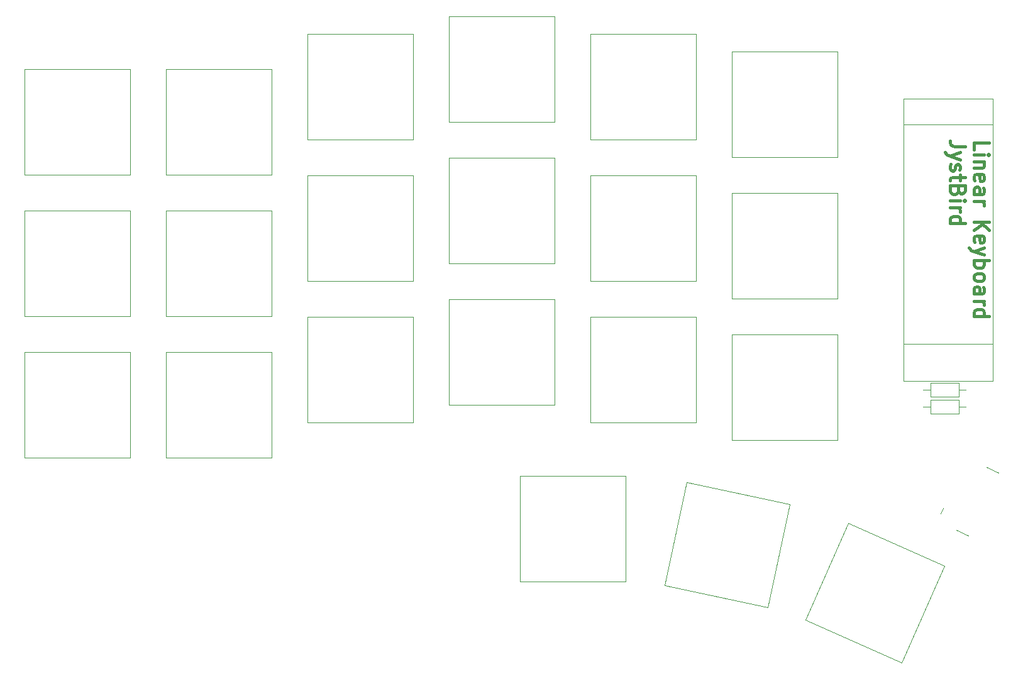
<source format=gbr>
%TF.GenerationSoftware,KiCad,Pcbnew,8.0.8*%
%TF.CreationDate,2025-03-11T20:04:01-04:00*%
%TF.ProjectId,Keyboard,4b657962-6f61-4726-942e-6b696361645f,rev?*%
%TF.SameCoordinates,Original*%
%TF.FileFunction,Legend,Top*%
%TF.FilePolarity,Positive*%
%FSLAX46Y46*%
G04 Gerber Fmt 4.6, Leading zero omitted, Abs format (unit mm)*
G04 Created by KiCad (PCBNEW 8.0.8) date 2025-03-11 20:04:01*
%MOMM*%
%LPD*%
G01*
G04 APERTURE LIST*
%ADD10C,0.400000*%
%ADD11C,0.120000*%
%ADD12C,0.040000*%
G04 APERTURE END LIST*
D10*
X228960449Y-173531728D02*
X228960449Y-172579347D01*
X228960449Y-172579347D02*
X230960449Y-172579347D01*
X228960449Y-174198395D02*
X230293783Y-174198395D01*
X230960449Y-174198395D02*
X230865211Y-174103157D01*
X230865211Y-174103157D02*
X230769973Y-174198395D01*
X230769973Y-174198395D02*
X230865211Y-174293633D01*
X230865211Y-174293633D02*
X230960449Y-174198395D01*
X230960449Y-174198395D02*
X230769973Y-174198395D01*
X230293783Y-175150776D02*
X228960449Y-175150776D01*
X230103307Y-175150776D02*
X230198545Y-175246014D01*
X230198545Y-175246014D02*
X230293783Y-175436490D01*
X230293783Y-175436490D02*
X230293783Y-175722205D01*
X230293783Y-175722205D02*
X230198545Y-175912681D01*
X230198545Y-175912681D02*
X230008068Y-176007919D01*
X230008068Y-176007919D02*
X228960449Y-176007919D01*
X229055688Y-177722205D02*
X228960449Y-177531729D01*
X228960449Y-177531729D02*
X228960449Y-177150776D01*
X228960449Y-177150776D02*
X229055688Y-176960300D01*
X229055688Y-176960300D02*
X229246164Y-176865062D01*
X229246164Y-176865062D02*
X230008068Y-176865062D01*
X230008068Y-176865062D02*
X230198545Y-176960300D01*
X230198545Y-176960300D02*
X230293783Y-177150776D01*
X230293783Y-177150776D02*
X230293783Y-177531729D01*
X230293783Y-177531729D02*
X230198545Y-177722205D01*
X230198545Y-177722205D02*
X230008068Y-177817443D01*
X230008068Y-177817443D02*
X229817592Y-177817443D01*
X229817592Y-177817443D02*
X229627116Y-176865062D01*
X228960449Y-179531729D02*
X230008068Y-179531729D01*
X230008068Y-179531729D02*
X230198545Y-179436491D01*
X230198545Y-179436491D02*
X230293783Y-179246015D01*
X230293783Y-179246015D02*
X230293783Y-178865062D01*
X230293783Y-178865062D02*
X230198545Y-178674586D01*
X229055688Y-179531729D02*
X228960449Y-179341253D01*
X228960449Y-179341253D02*
X228960449Y-178865062D01*
X228960449Y-178865062D02*
X229055688Y-178674586D01*
X229055688Y-178674586D02*
X229246164Y-178579348D01*
X229246164Y-178579348D02*
X229436640Y-178579348D01*
X229436640Y-178579348D02*
X229627116Y-178674586D01*
X229627116Y-178674586D02*
X229722354Y-178865062D01*
X229722354Y-178865062D02*
X229722354Y-179341253D01*
X229722354Y-179341253D02*
X229817592Y-179531729D01*
X228960449Y-180484110D02*
X230293783Y-180484110D01*
X229912830Y-180484110D02*
X230103307Y-180579348D01*
X230103307Y-180579348D02*
X230198545Y-180674586D01*
X230198545Y-180674586D02*
X230293783Y-180865062D01*
X230293783Y-180865062D02*
X230293783Y-181055539D01*
X228960449Y-183246015D02*
X230960449Y-183246015D01*
X228960449Y-184388872D02*
X230103307Y-183531729D01*
X230960449Y-184388872D02*
X229817592Y-183246015D01*
X229055688Y-186007920D02*
X228960449Y-185817444D01*
X228960449Y-185817444D02*
X228960449Y-185436491D01*
X228960449Y-185436491D02*
X229055688Y-185246015D01*
X229055688Y-185246015D02*
X229246164Y-185150777D01*
X229246164Y-185150777D02*
X230008068Y-185150777D01*
X230008068Y-185150777D02*
X230198545Y-185246015D01*
X230198545Y-185246015D02*
X230293783Y-185436491D01*
X230293783Y-185436491D02*
X230293783Y-185817444D01*
X230293783Y-185817444D02*
X230198545Y-186007920D01*
X230198545Y-186007920D02*
X230008068Y-186103158D01*
X230008068Y-186103158D02*
X229817592Y-186103158D01*
X229817592Y-186103158D02*
X229627116Y-185150777D01*
X230293783Y-186769825D02*
X228960449Y-187246015D01*
X230293783Y-187722206D02*
X228960449Y-187246015D01*
X228960449Y-187246015D02*
X228484259Y-187055539D01*
X228484259Y-187055539D02*
X228389021Y-186960301D01*
X228389021Y-186960301D02*
X228293783Y-186769825D01*
X228960449Y-188484111D02*
X230960449Y-188484111D01*
X230198545Y-188484111D02*
X230293783Y-188674587D01*
X230293783Y-188674587D02*
X230293783Y-189055540D01*
X230293783Y-189055540D02*
X230198545Y-189246016D01*
X230198545Y-189246016D02*
X230103307Y-189341254D01*
X230103307Y-189341254D02*
X229912830Y-189436492D01*
X229912830Y-189436492D02*
X229341402Y-189436492D01*
X229341402Y-189436492D02*
X229150926Y-189341254D01*
X229150926Y-189341254D02*
X229055688Y-189246016D01*
X229055688Y-189246016D02*
X228960449Y-189055540D01*
X228960449Y-189055540D02*
X228960449Y-188674587D01*
X228960449Y-188674587D02*
X229055688Y-188484111D01*
X228960449Y-190579349D02*
X229055688Y-190388873D01*
X229055688Y-190388873D02*
X229150926Y-190293635D01*
X229150926Y-190293635D02*
X229341402Y-190198397D01*
X229341402Y-190198397D02*
X229912830Y-190198397D01*
X229912830Y-190198397D02*
X230103307Y-190293635D01*
X230103307Y-190293635D02*
X230198545Y-190388873D01*
X230198545Y-190388873D02*
X230293783Y-190579349D01*
X230293783Y-190579349D02*
X230293783Y-190865064D01*
X230293783Y-190865064D02*
X230198545Y-191055540D01*
X230198545Y-191055540D02*
X230103307Y-191150778D01*
X230103307Y-191150778D02*
X229912830Y-191246016D01*
X229912830Y-191246016D02*
X229341402Y-191246016D01*
X229341402Y-191246016D02*
X229150926Y-191150778D01*
X229150926Y-191150778D02*
X229055688Y-191055540D01*
X229055688Y-191055540D02*
X228960449Y-190865064D01*
X228960449Y-190865064D02*
X228960449Y-190579349D01*
X228960449Y-192960302D02*
X230008068Y-192960302D01*
X230008068Y-192960302D02*
X230198545Y-192865064D01*
X230198545Y-192865064D02*
X230293783Y-192674588D01*
X230293783Y-192674588D02*
X230293783Y-192293635D01*
X230293783Y-192293635D02*
X230198545Y-192103159D01*
X229055688Y-192960302D02*
X228960449Y-192769826D01*
X228960449Y-192769826D02*
X228960449Y-192293635D01*
X228960449Y-192293635D02*
X229055688Y-192103159D01*
X229055688Y-192103159D02*
X229246164Y-192007921D01*
X229246164Y-192007921D02*
X229436640Y-192007921D01*
X229436640Y-192007921D02*
X229627116Y-192103159D01*
X229627116Y-192103159D02*
X229722354Y-192293635D01*
X229722354Y-192293635D02*
X229722354Y-192769826D01*
X229722354Y-192769826D02*
X229817592Y-192960302D01*
X228960449Y-193912683D02*
X230293783Y-193912683D01*
X229912830Y-193912683D02*
X230103307Y-194007921D01*
X230103307Y-194007921D02*
X230198545Y-194103159D01*
X230198545Y-194103159D02*
X230293783Y-194293635D01*
X230293783Y-194293635D02*
X230293783Y-194484112D01*
X228960449Y-196007921D02*
X230960449Y-196007921D01*
X229055688Y-196007921D02*
X228960449Y-195817445D01*
X228960449Y-195817445D02*
X228960449Y-195436492D01*
X228960449Y-195436492D02*
X229055688Y-195246016D01*
X229055688Y-195246016D02*
X229150926Y-195150778D01*
X229150926Y-195150778D02*
X229341402Y-195055540D01*
X229341402Y-195055540D02*
X229912830Y-195055540D01*
X229912830Y-195055540D02*
X230103307Y-195150778D01*
X230103307Y-195150778D02*
X230198545Y-195246016D01*
X230198545Y-195246016D02*
X230293783Y-195436492D01*
X230293783Y-195436492D02*
X230293783Y-195817445D01*
X230293783Y-195817445D02*
X230198545Y-196007921D01*
X227740561Y-173150776D02*
X226311990Y-173150776D01*
X226311990Y-173150776D02*
X226026276Y-173055537D01*
X226026276Y-173055537D02*
X225835800Y-172865061D01*
X225835800Y-172865061D02*
X225740561Y-172579347D01*
X225740561Y-172579347D02*
X225740561Y-172388871D01*
X227073895Y-173912681D02*
X225740561Y-174388871D01*
X227073895Y-174865062D02*
X225740561Y-174388871D01*
X225740561Y-174388871D02*
X225264371Y-174198395D01*
X225264371Y-174198395D02*
X225169133Y-174103157D01*
X225169133Y-174103157D02*
X225073895Y-173912681D01*
X225835800Y-175531729D02*
X225740561Y-175722205D01*
X225740561Y-175722205D02*
X225740561Y-176103157D01*
X225740561Y-176103157D02*
X225835800Y-176293634D01*
X225835800Y-176293634D02*
X226026276Y-176388872D01*
X226026276Y-176388872D02*
X226121514Y-176388872D01*
X226121514Y-176388872D02*
X226311990Y-176293634D01*
X226311990Y-176293634D02*
X226407228Y-176103157D01*
X226407228Y-176103157D02*
X226407228Y-175817443D01*
X226407228Y-175817443D02*
X226502466Y-175626967D01*
X226502466Y-175626967D02*
X226692942Y-175531729D01*
X226692942Y-175531729D02*
X226788180Y-175531729D01*
X226788180Y-175531729D02*
X226978657Y-175626967D01*
X226978657Y-175626967D02*
X227073895Y-175817443D01*
X227073895Y-175817443D02*
X227073895Y-176103157D01*
X227073895Y-176103157D02*
X226978657Y-176293634D01*
X227073895Y-176960301D02*
X227073895Y-177722205D01*
X227740561Y-177246015D02*
X226026276Y-177246015D01*
X226026276Y-177246015D02*
X225835800Y-177341253D01*
X225835800Y-177341253D02*
X225740561Y-177531729D01*
X225740561Y-177531729D02*
X225740561Y-177722205D01*
X226788180Y-179055539D02*
X226692942Y-179341253D01*
X226692942Y-179341253D02*
X226597704Y-179436491D01*
X226597704Y-179436491D02*
X226407228Y-179531729D01*
X226407228Y-179531729D02*
X226121514Y-179531729D01*
X226121514Y-179531729D02*
X225931038Y-179436491D01*
X225931038Y-179436491D02*
X225835800Y-179341253D01*
X225835800Y-179341253D02*
X225740561Y-179150777D01*
X225740561Y-179150777D02*
X225740561Y-178388872D01*
X225740561Y-178388872D02*
X227740561Y-178388872D01*
X227740561Y-178388872D02*
X227740561Y-179055539D01*
X227740561Y-179055539D02*
X227645323Y-179246015D01*
X227645323Y-179246015D02*
X227550085Y-179341253D01*
X227550085Y-179341253D02*
X227359609Y-179436491D01*
X227359609Y-179436491D02*
X227169133Y-179436491D01*
X227169133Y-179436491D02*
X226978657Y-179341253D01*
X226978657Y-179341253D02*
X226883419Y-179246015D01*
X226883419Y-179246015D02*
X226788180Y-179055539D01*
X226788180Y-179055539D02*
X226788180Y-178388872D01*
X225740561Y-180388872D02*
X227073895Y-180388872D01*
X227740561Y-180388872D02*
X227645323Y-180293634D01*
X227645323Y-180293634D02*
X227550085Y-180388872D01*
X227550085Y-180388872D02*
X227645323Y-180484110D01*
X227645323Y-180484110D02*
X227740561Y-180388872D01*
X227740561Y-180388872D02*
X227550085Y-180388872D01*
X225740561Y-181341253D02*
X227073895Y-181341253D01*
X226692942Y-181341253D02*
X226883419Y-181436491D01*
X226883419Y-181436491D02*
X226978657Y-181531729D01*
X226978657Y-181531729D02*
X227073895Y-181722205D01*
X227073895Y-181722205D02*
X227073895Y-181912682D01*
X225740561Y-183436491D02*
X227740561Y-183436491D01*
X225835800Y-183436491D02*
X225740561Y-183246015D01*
X225740561Y-183246015D02*
X225740561Y-182865062D01*
X225740561Y-182865062D02*
X225835800Y-182674586D01*
X225835800Y-182674586D02*
X225931038Y-182579348D01*
X225931038Y-182579348D02*
X226121514Y-182484110D01*
X226121514Y-182484110D02*
X226692942Y-182484110D01*
X226692942Y-182484110D02*
X226883419Y-182579348D01*
X226883419Y-182579348D02*
X226978657Y-182674586D01*
X226978657Y-182674586D02*
X227073895Y-182865062D01*
X227073895Y-182865062D02*
X227073895Y-183246015D01*
X227073895Y-183246015D02*
X226978657Y-183436491D01*
D11*
%TO.C,R6*%
X227855000Y-208150000D02*
X226905000Y-208150000D01*
X226905000Y-209070000D02*
X226905000Y-207230000D01*
X226905000Y-207230000D02*
X223065000Y-207230000D01*
X223065000Y-209070000D02*
X226905000Y-209070000D01*
X223065000Y-207230000D02*
X223065000Y-209070000D01*
X222115000Y-208150000D02*
X223065000Y-208150000D01*
%TO.C,SW24*%
X196375000Y-198450000D02*
X196375000Y-212650000D01*
X196375000Y-212650000D02*
X210575000Y-212650000D01*
X210575000Y-198450000D02*
X196375000Y-198450000D01*
X210575000Y-212650000D02*
X210575000Y-198450000D01*
D12*
%TO.C,Brd4*%
X231475000Y-166665000D02*
X219475000Y-166665000D01*
X219475000Y-166665000D02*
X219475000Y-204665000D01*
X231475000Y-170165000D02*
X219475000Y-170165000D01*
X231475000Y-199665000D02*
X219475000Y-199665000D01*
X231475000Y-204665000D02*
X231475000Y-166665000D01*
X219475000Y-204665000D02*
X231475000Y-204665000D01*
D11*
%TO.C,SW42*%
X101125000Y-200832000D02*
X101125000Y-215032000D01*
X101125000Y-215032000D02*
X115325000Y-215032000D01*
X115325000Y-200832000D02*
X101125000Y-200832000D01*
X115325000Y-215032000D02*
X115325000Y-200832000D01*
%TO.C,SW30*%
X158275000Y-155588000D02*
X158275000Y-169788000D01*
X158275000Y-169788000D02*
X172475000Y-169788000D01*
X172475000Y-155588000D02*
X158275000Y-155588000D01*
X172475000Y-169788000D02*
X172475000Y-155588000D01*
%TO.C,SW27*%
X177325000Y-177019000D02*
X177325000Y-191219000D01*
X177325000Y-191219000D02*
X191525000Y-191219000D01*
X191525000Y-177019000D02*
X177325000Y-177019000D01*
X191525000Y-191219000D02*
X191525000Y-177019000D01*
%TO.C,SW29*%
X190227363Y-218364806D02*
X187289806Y-232257637D01*
X187289806Y-232257637D02*
X201182637Y-235195194D01*
X204120194Y-221302363D02*
X190227363Y-218364806D01*
X201182637Y-235195194D02*
X204120194Y-221302363D01*
%TO.C,SW23*%
X196375000Y-179400000D02*
X196375000Y-193600000D01*
X196375000Y-193600000D02*
X210575000Y-193600000D01*
X210575000Y-179400000D02*
X196375000Y-179400000D01*
X210575000Y-193600000D02*
X210575000Y-179400000D01*
%TO.C,SW38*%
X120175000Y-181782000D02*
X120175000Y-195982000D01*
X120175000Y-195982000D02*
X134375000Y-195982000D01*
X134375000Y-181782000D02*
X120175000Y-181782000D01*
X134375000Y-195982000D02*
X134375000Y-181782000D01*
%TO.C,SW36*%
X139225000Y-196069000D02*
X139225000Y-210269000D01*
X139225000Y-210269000D02*
X153425000Y-210269000D01*
X153425000Y-196069000D02*
X139225000Y-196069000D01*
X153425000Y-210269000D02*
X153425000Y-196069000D01*
%TO.C,SW26*%
X177325000Y-157969000D02*
X177325000Y-172169000D01*
X177325000Y-172169000D02*
X191525000Y-172169000D01*
X191525000Y-157969000D02*
X177325000Y-157969000D01*
X191525000Y-172169000D02*
X191525000Y-157969000D01*
%TO.C,SW28*%
X177325000Y-196069000D02*
X177325000Y-210269000D01*
X177325000Y-210269000D02*
X191525000Y-210269000D01*
X191525000Y-196069000D02*
X177325000Y-196069000D01*
X191525000Y-210269000D02*
X191525000Y-196069000D01*
%TO.C,SW25*%
X212001997Y-223861284D02*
X206253745Y-236845798D01*
X206253745Y-236845798D02*
X219238259Y-242594050D01*
X224986511Y-229609536D02*
X212001997Y-223861284D01*
X219238259Y-242594050D02*
X224986511Y-229609536D01*
%TO.C,SW22*%
X196375000Y-160350000D02*
X196375000Y-174550000D01*
X196375000Y-174550000D02*
X210575000Y-174550000D01*
X210575000Y-160350000D02*
X196375000Y-160350000D01*
X210575000Y-174550000D02*
X210575000Y-160350000D01*
%TO.C,SW39*%
X120175000Y-200832000D02*
X120175000Y-215032000D01*
X120175000Y-215032000D02*
X134375000Y-215032000D01*
X134375000Y-200832000D02*
X120175000Y-200832000D01*
X134375000Y-215032000D02*
X134375000Y-200832000D01*
%TO.C,SW34*%
X139225000Y-157969000D02*
X139225000Y-172169000D01*
X139225000Y-172169000D02*
X153425000Y-172169000D01*
X153425000Y-157969000D02*
X139225000Y-157969000D01*
X153425000Y-172169000D02*
X153425000Y-157969000D01*
%TO.C,SW35*%
X139225000Y-177019000D02*
X139225000Y-191219000D01*
X139225000Y-191219000D02*
X153425000Y-191219000D01*
X153425000Y-177019000D02*
X139225000Y-177019000D01*
X153425000Y-191219000D02*
X153425000Y-177019000D01*
%TO.C,SW40*%
X101125000Y-162732000D02*
X101125000Y-176932000D01*
X101125000Y-176932000D02*
X115325000Y-176932000D01*
X115325000Y-162732000D02*
X101125000Y-162732000D01*
X115325000Y-176932000D02*
X115325000Y-162732000D01*
%TO.C,J2*%
X226587557Y-224793397D02*
X228196811Y-225554122D01*
X224759668Y-221827723D02*
X224417769Y-222550983D01*
X230604869Y-216295091D02*
X232214123Y-217055816D01*
%TO.C,R8*%
X227855000Y-205900000D02*
X226905000Y-205900000D01*
X226905000Y-206820000D02*
X226905000Y-204980000D01*
X226905000Y-204980000D02*
X223065000Y-204980000D01*
X223065000Y-206820000D02*
X226905000Y-206820000D01*
X223065000Y-204980000D02*
X223065000Y-206820000D01*
X222115000Y-205900000D02*
X223065000Y-205900000D01*
%TO.C,SW41*%
X101125000Y-181782000D02*
X101125000Y-195982000D01*
X101125000Y-195982000D02*
X115325000Y-195982000D01*
X115325000Y-181782000D02*
X101125000Y-181782000D01*
X115325000Y-195982000D02*
X115325000Y-181782000D01*
%TO.C,SW32*%
X158275000Y-193688000D02*
X158275000Y-207888000D01*
X158275000Y-207888000D02*
X172475000Y-207888000D01*
X172475000Y-193688000D02*
X158275000Y-193688000D01*
X172475000Y-207888000D02*
X172475000Y-193688000D01*
%TO.C,SW31*%
X158275000Y-174638000D02*
X158275000Y-188838000D01*
X158275000Y-188838000D02*
X172475000Y-188838000D01*
X172475000Y-174638000D02*
X158275000Y-174638000D01*
X172475000Y-188838000D02*
X172475000Y-174638000D01*
%TO.C,SW33*%
X167800000Y-217500000D02*
X167800000Y-231700000D01*
X167800000Y-231700000D02*
X182000000Y-231700000D01*
X182000000Y-217500000D02*
X167800000Y-217500000D01*
X182000000Y-231700000D02*
X182000000Y-217500000D01*
%TO.C,SW37*%
X120175000Y-162732000D02*
X120175000Y-176932000D01*
X120175000Y-176932000D02*
X134375000Y-176932000D01*
X134375000Y-162732000D02*
X120175000Y-162732000D01*
X134375000Y-176932000D02*
X134375000Y-162732000D01*
%TD*%
M02*

</source>
